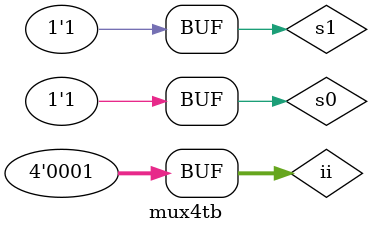
<source format=v>
module mux4tb;
reg [0:3]ii;
reg s0,s1;
wire yy;
initial
begin
$dumpfile("mux4.vcd");
$dumpvars(0,mux4tb);
end
mux4 newMux(.i(ii),.j0(s0),.j1(s1),.O(yy));
initial
begin
ii=4'b0000;s0=1'b0;s1=1'b0;
#5 ii=4'b1000;s0=1'b0;s1=1'b0;
#5 ii=4'b0000;s0=1'b0;s1=1'b1;
#5 ii=4'b0100;s0=1'b0;s1=1'b1;
#5 ii=4'b0000;s0=1'b1;s1=1'b0;
#5 ii=4'b0010;s0=1'b1;s1=1'b0;
#5 ii=4'b0000;s0=1'b1;s1=1'b1;
#5 ii=4'b0001;s0=1'b1;s1=1'b1;
end
initial
begin
$monitor($time,"ii=%b,S1=%b,S0=%b,,y=%b",ii,s1,s0,yy);
end
endmodule
</source>
